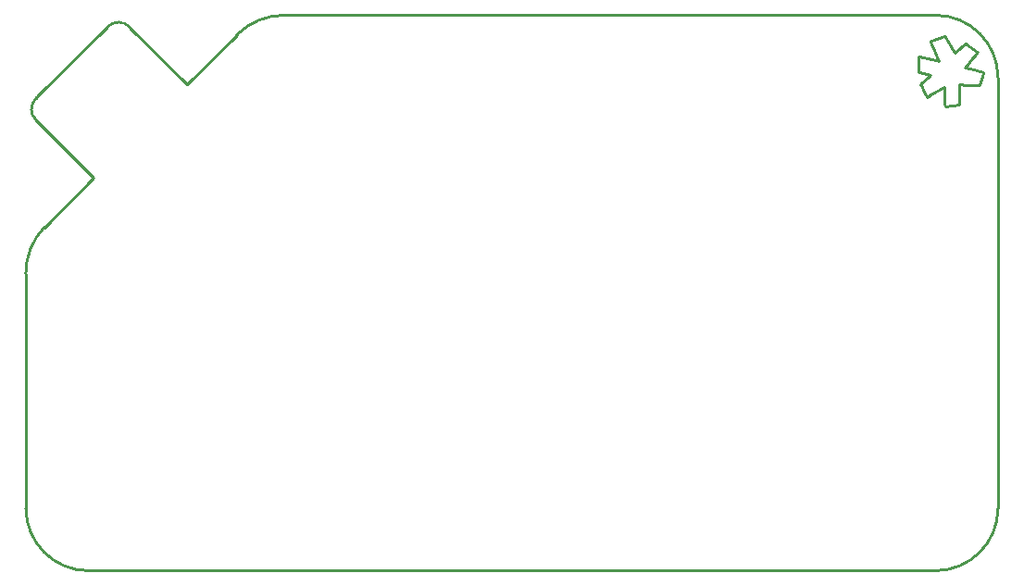
<source format=gko>
G04 Layer: BoardOutlineLayer*
G04 EasyEDA v6.5.1, 2022-05-17 10:42:42*
G04 183223736e564f1bbe1f5351ff330512,a895fda7382342f89faddf0c187955a9,10*
G04 Gerber Generator version 0.2*
G04 Scale: 100 percent, Rotated: No, Reflected: No *
G04 Dimensions in inches *
G04 leading zeros omitted , absolute positions ,3 integer and 6 decimal *
%FSLAX36Y36*%
%MOIN*%

%ADD10C,0.0100*%
D10*
X2075000Y1400000D02*
G01*
X-975000Y1400000D01*
X-1200000Y1625000D02*
G01*
X-1200354Y2469645D01*
X2300000Y3175000D02*
G01*
X2300000Y1625000D01*
X-270000Y3400000D02*
G01*
X2075000Y3400000D01*
X-955000Y2815000D02*
G01*
X-1134290Y2635709D01*
X-1165857Y3025857D02*
G01*
X-955000Y2815000D01*
X-440711Y3329288D02*
G01*
X-620000Y3150000D01*
X-620000Y3150000D02*
G01*
X-825000Y3355000D01*
X-825000Y3355000D02*
G01*
X-830857Y3360857D01*
X-907678Y3357321D02*
G01*
X-1155000Y3110000D01*
G75*
G01*
X-830858Y3360858D02*
G03*
X-865000Y3375000I-34142J-34142D01*
G75*
G01*
X-865000Y3375000D02*
G03*
X-907678Y3357322I0J-60355D01*
G75*
G01*
X-1165858Y3025858D02*
G02*
X-1180000Y3060000I34142J34142D01*
G75*
G01*
X-1180000Y3060000D02*
G02*
X-1162322Y3102678I60355J0D01*
X-1155000Y3110000D02*
G01*
X-1162321Y3102678D01*
G75*
G01*
X-1200355Y2469645D02*
G02*
X-1134225Y2635649I241421J0D01*
G75*
G01*
X-270000Y3400000D02*
G03*
X-440711Y3329289I0J-241421D01*
G75*
G01*
X2075000Y3400000D02*
G02*
X2300000Y3175000I0J-225000D01*
G75*
G01*
X2300000Y1625000D02*
G02*
X2075000Y1400000I-225000J0D01*
G75*
G01*
X-975000Y1400000D02*
G02*
X-1200000Y1625000I0J225000D01*
X2160000Y3080000D02*
G01*
X2159499Y3078800D01*
X2159499Y3078800D02*
G01*
X2158750Y3078099D01*
X2158750Y3078099D02*
G01*
X2111499Y3070149D01*
X2111499Y3070149D02*
G01*
X2110399Y3070300D01*
X2110399Y3070300D02*
G01*
X2109750Y3070999D01*
X2109750Y3070999D02*
G01*
X2108350Y3080900D01*
X2108350Y3080900D02*
G01*
X2107950Y3086799D01*
X2107950Y3086799D02*
G01*
X2107749Y3110450D01*
X2107749Y3110450D02*
G01*
X2107399Y3126199D01*
X2107399Y3126199D02*
G01*
X2107049Y3142899D01*
X2107049Y3142899D02*
G01*
X2058149Y3113550D01*
X2058149Y3113550D02*
G01*
X2048649Y3108150D01*
X2048649Y3108150D02*
G01*
X2045399Y3106399D01*
X2045399Y3106399D02*
G01*
X2044449Y3106300D01*
X2044449Y3106300D02*
G01*
X2043500Y3106700D01*
X2043500Y3106700D02*
G01*
X2042799Y3107550D01*
X2042799Y3107550D02*
G01*
X2040399Y3111599D01*
X2040399Y3111599D02*
G01*
X2036899Y3119149D01*
X2036899Y3119149D02*
G01*
X2031750Y3130416D01*
X2031750Y3130416D02*
G01*
X2025416Y3142350D01*
X2025416Y3142350D02*
G01*
X2021683Y3150282D01*
X2021683Y3150282D02*
G01*
X2021482Y3151750D01*
X2021482Y3151750D02*
G01*
X2021949Y3153216D01*
X2021949Y3153216D02*
G01*
X2025749Y3156482D01*
X2025749Y3156482D02*
G01*
X2045682Y3174416D01*
X2045682Y3174416D02*
G01*
X2057217Y3184816D01*
X2057217Y3184816D02*
G01*
X2015749Y3193950D01*
X2015749Y3193950D02*
G01*
X2014949Y3194549D01*
X2014949Y3194549D02*
G01*
X2014549Y3195949D01*
X2014549Y3195949D02*
G01*
X2013549Y3204749D01*
X2013549Y3204749D02*
G01*
X2013617Y3218750D01*
X2013617Y3218750D02*
G01*
X2013100Y3236165D01*
X2013100Y3236165D02*
G01*
X2013100Y3244499D01*
X2013100Y3244499D02*
G01*
X2013766Y3251666D01*
X2013766Y3251666D02*
G01*
X2014350Y3252415D01*
X2014350Y3252415D02*
G01*
X2015433Y3252582D01*
X2015433Y3252582D02*
G01*
X2029266Y3249416D01*
X2029266Y3249416D02*
G01*
X2077682Y3237332D01*
X2077682Y3237332D02*
G01*
X2085933Y3235333D01*
X2085933Y3235333D02*
G01*
X2081432Y3246583D01*
X2081432Y3246583D02*
G01*
X2070267Y3274083D01*
X2070267Y3274083D02*
G01*
X2061017Y3293915D01*
X2061017Y3293915D02*
G01*
X2057682Y3303582D01*
X2057682Y3303582D02*
G01*
X2057183Y3305916D01*
X2057183Y3305916D02*
G01*
X2057682Y3307249D01*
X2057682Y3307249D02*
G01*
X2060100Y3308416D01*
X2060100Y3308416D02*
G01*
X2107767Y3323332D01*
X2107767Y3323332D02*
G01*
X2109683Y3322750D01*
X2109683Y3322750D02*
G01*
X2110517Y3321916D01*
X2110517Y3321916D02*
G01*
X2129933Y3287582D01*
X2129933Y3287582D02*
G01*
X2143766Y3264083D01*
X2143766Y3264083D02*
G01*
X2158599Y3277750D01*
X2158599Y3277750D02*
G01*
X2170349Y3288582D01*
X2170349Y3288582D02*
G01*
X2179516Y3296250D01*
X2179516Y3296250D02*
G01*
X2181099Y3297249D01*
X2181099Y3297249D02*
G01*
X2182016Y3297249D01*
X2182016Y3297249D02*
G01*
X2187767Y3293750D01*
X2187767Y3293750D02*
G01*
X2211599Y3278000D01*
X2211599Y3278000D02*
G01*
X2225016Y3268915D01*
X2225016Y3268915D02*
G01*
X2225600Y3267166D01*
X2225600Y3267166D02*
G01*
X2224267Y3264749D01*
X2224267Y3264749D02*
G01*
X2216767Y3255333D01*
X2216767Y3255333D02*
G01*
X2207966Y3244013D01*
X2207966Y3244013D02*
G01*
X2198127Y3231772D01*
X2198127Y3231772D02*
G01*
X2188647Y3220453D01*
X2188647Y3220453D02*
G01*
X2181767Y3212093D01*
X2181767Y3212093D02*
G01*
X2201446Y3207213D01*
X2201446Y3207213D02*
G01*
X2224475Y3201556D01*
X2224475Y3201556D02*
G01*
X2246154Y3196156D01*
X2246154Y3196156D02*
G01*
X2247274Y3195236D01*
X2247274Y3195236D02*
G01*
X2247394Y3194596D01*
X2247394Y3194596D02*
G01*
X2243035Y3179555D01*
X2243035Y3179555D02*
G01*
X2237714Y3162395D01*
X2237714Y3162395D02*
G01*
X2232834Y3147716D01*
X2232834Y3147716D02*
G01*
X2232075Y3146956D01*
X2232075Y3146956D02*
G01*
X2230555Y3146395D01*
X2230555Y3146395D02*
G01*
X2222714Y3146635D01*
X2222714Y3146635D02*
G01*
X2210635Y3147555D01*
X2210635Y3147555D02*
G01*
X2188154Y3149196D01*
X2188154Y3149196D02*
G01*
X2161715Y3150875D01*
X2161715Y3150875D02*
G01*
X2161355Y3138276D01*
X2161355Y3138276D02*
G01*
X2160834Y3115956D01*
X2160834Y3115956D02*
G01*
X2160394Y3096516D01*
X2160394Y3096516D02*
G01*
X2159994Y3082316D01*
X2159994Y3082316D02*
G01*
X2159958Y3080997D01*
X2159958Y3080997D02*
G01*
X2160000Y3080000D01*

%LPD*%
M02*

</source>
